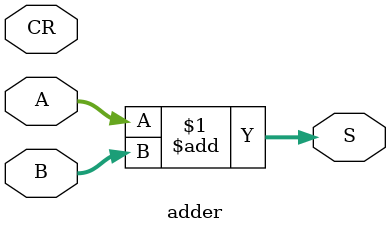
<source format=v>
`timescale 1ns / 1ps

module adder(
    input [23:0] A,
    input [23:0] B,
    input CR,
    output [23:0] S
    );
    
    assign S = A+B;
    
endmodule

</source>
